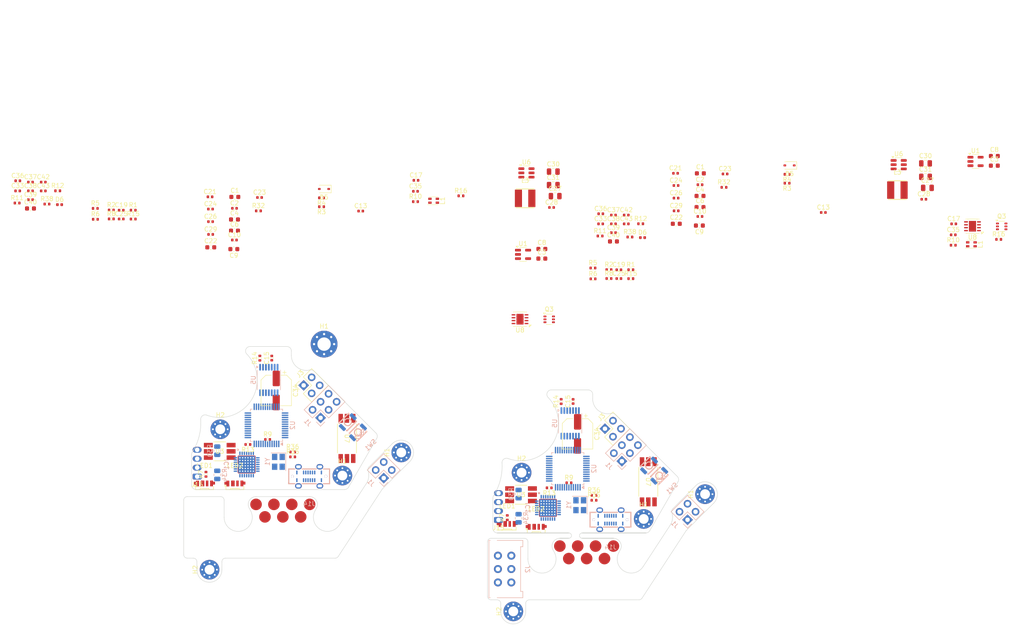
<source format=kicad_pcb>
(kicad_pcb (version 20241229) (generator "pcbnew") (generator_version "9.0")
  (layers (0 "F.Cu" signal) (4 "In1.Cu" signal) (6 "In2.Cu" signal) (2 "B.Cu" signal) (13 "F.Paste" user) (15 "B.Paste" user) (5 "F.SilkS" user "F.Silkscreen") (7 "B.SilkS" user "B.Silkscreen") (1 "F.Mask" user) (3 "B.Mask" user) (25 "Edge.Cuts" user))
  (net 0 "")
  (net 1 "GND")
  (net 2 "Net-(IC1-5VOUT)")
  (net 3 "Net-(IC1-CPI)")
  (net 4 "Net-(IC1-CPO)")
  (net 5 "Net-(IC1-VCP)")
  (net 6 "STEP_1_B2")
  (net 7 "STEP_1_B1")
  (net 8 "STEP_1_A2")
  (net 9 "STEP_1_A1")
  (net 10 "Net-(D5-A)")
  (net 11 "TMC_ENN")
  (net 12 "TMC_DIR")
  (net 13 "TMC_DIAG")
  (net 14 "TMC_UART")
  (net 15 "TMC_STEP")
  (net 21 "Net-(J14-CC2)")
  (net 22 "Net-(J14-CC1)")
  (net 23 "Net-(D6-A)")
  (net 24 "Net-(U2-PA11)")
  (net 25 "Net-(U2-PA12)")
  (net 26 "Net-(U2-PA2)")
  (net 28 "AS_SCK")
  (net 30 "DEBUG_SWO")
  (net 32 "TMC_BRB")
  (net 33 "TMC_BRA")
  (net 34 "USB_D-")
  (net 35 "USB_D+")
  (net 36 "CAN_TX")
  (net 37 "CAN_RX")
  (net 38 "Net-(Q3-S1)")
  (net 39 "CAN_H")
  (net 40 "CAN_L")
  (net 41 "VDC")
  (net 42 "+5V")
  (net 43 "+3V3")
  (net 45 "DEBUG_SWCLK")
  (net 46 "DEBUG_SWDIO")
  (net 47 "BOOT_0")
  (net 48 "BOOT_1")
  (net 49 "NRST")
  (net 50 "HSE_OSC_OUT")
  (net 51 "HSE_OSC_IN")
  (net 52 "AS_NSS")
  (net 53 "LED_0")
  (net 56 "Net-(U7-ANODE)")
  (net 57 "Net-(U3-ANODE)")
  (net 60 "CAN_TRM")
  (net 61 "Net-(U8-CANL)")
  (net 63 "ENDSTOP_Z")
  (net 64 "ENDSTOP_X")
  (net 66 "Net-(U8-CANH)")
  (net 69 "AS_MISO")
  (net 70 "AS_MOSI")
  (net 79 "Net-(U6-BST)")
  (net 80 "Net-(U6-SW)")
  (net 81 "LED_DIN")
  (net 82 "CAN_TRM_L")
  (net 83 "Net-(U3-OUTPUT)")
  (net 84 "Net-(U7-OUTPUT)")
  (net 85 "Net-(LED1-DOUT)")
  (net 86 "Net-(U2-PA4)")
  (net 88 "TOOL_ID")
  (footprint "Resistor_SMD:R_0402_1005Metric" (layer "F.Cu") (at 204.0975 31.5)
    (property "Reference" "R12")
    (property "Value" "10K")
  )
  (footprint "Capacitor_SMD:C_0402_1005Metric" (layer "F.Cu") (at 107.745 28.2)
    (property "Reference" "C24")
    (property "Value" "0.1uF 50V")
  )
  (footprint "Capacitor_SMD:C_0402_1005Metric" (layer "F.Cu") (at 70.295 22.16)
    (property "Reference" "C42")
    (property "Value" "16pF 50V")
  )
  (footprint "Vortac:LED-SMD_4P-L4.0-W1.6-L" (layer "F.Cu") (at 106.41 89.715)
    (property "Reference" "LED1")
    (property "Value" "SK6812SIDE-A-RVS")
  )
  (footprint "Resistor_SMD:R_0402_1005Metric" (layer "F.Cu") (at 222.755 23.33)
    (property "Reference" "R32")
    (property "Value" "10K")
  )
  (footprint "Capacitor_SMD:C_0402_1005Metric" (layer "F.Cu") (at 107.64 25.46)
    (property "Reference" "C21")
    (property "Value" "0.1uF 50V")
  )
  (footprint "Capacitor_SMD:C_0603_1608Metric" (layer "F.Cu") (at 217.465 20.2)
    (property "Reference" "C1")
    (property "Value" "470pF 100V")
  )
  (footprint "Resistor_SMD:R_0402_1005Metric" (layer "F.Cu") (at 120.54 79.845)
    (property "Reference" "R9")
    (property "Value" "10K")
  )
  (footprint "Capacitor_SMD:C_0402_1005Metric" (layer "F.Cu") (at 245.01 28.97)
    (property "Reference" "C13")
    (property "Value" "0.1uF 50V")
  )
  (footprint "MountingHole:MountingHole_2.2mm_M2_Pad_Via" (layer "F.Cu") (at 109.935 77.565)
    (property "Reference" "H2")
    (property "Value" "MountingHole_Pad")
  )
  (footprint "Capacitor_SMD:CP_Elec_6.3x7.7" (layer "F.Cu") (at 122.47 68.865 -90)
    (property "Reference" "C34")
    (property "Value" "100uF 35V")
  )
  (footprint "Capacitor_SMD:C_0402_1005Metric" (layer "F.Cu") (at 212.05 28.6)
    (property "Reference" "C29")
    (property "Value" "0.1uF 50V")
  )
  (footprint "Capacitor_SMD:C_0402_1005Metric" (layer "F.Cu") (at 198.0025 31.52)
    (property "Reference" "C38")
    (property "Value" "0.1uF 50V")
  )
  (footprint "Capacitor_SMD:C_0402_1005Metric" (layer "F.Cu") (at 67.425 26.1)
    (property "Reference" "C39")
    (property "Value" "0.1uF 50V")
  )
  (footprint "Resistor_SMD:R_0402_1005Metric" (layer "F.Cu") (at 196.99 43.775)
    (property "Reference" "R8")
    (property "Value" "10K")
  )
  (footprint "Resistor_SMD:R_0402_1005Metric" (layer "F.Cu") (at 73.52 24.11)
    (property "Reference" "R12")
    (property "Value" "10K")
  )
  (footprint "Capacitor_SMD:C_0603_1608Metric" (layer "F.Cu") (at 283.31 18.47)
    (property "Reference" "C3")
    (property "Value" "1uF 16V")
  )
  (footprint "Package_TO_SOT_SMD:TSOT-23-6" (layer "F.Cu") (at 261.89 18.25)
    (property "Reference" "U6")
    (property "Value" "AP63205WU")
  )
  (footprint "Package_TO_SOT_SMD:TSOT-23-6" (layer "F.Cu") (at 178.51 20.095)
    (property "Reference" "U6")
    (property "Value" "AP63205WU")
  )
  (footprint "Vortac:SENSOR_EE-SX3350_OMR" (layer "F.Cu") (at 205.8 89.337822 -90)
    (property "Reference" "U7")
    (property "Value" "EE-SX3350")
  )
  (footprint "Vortac:LED-SMD_4P-L4.0-W1.6-L" (layer "F.Cu") (at 180.7 99.437822)
    (property "Reference" "LED2")
    (property "Value" "SK6812SIDE-A-RVS")
  )
  (footprint "Capacitor_SMD:C_0402_1005Metric" (layer "F.Cu") (at 67.425 24.13)
    (property "Reference" "C38")
    (property "Value" "0.1uF 50V")
  )
  (footprint "Capacitor_SMD:C_0402_1005Metric" (layer "F.Cu") (at 267.52 26)
    (property "Reference" "C28")
    (property "Value" "0.1uF 50V")
  )
  (footprint "Capacitor_SMD:C_0402_1005Metric" (layer "F.Cu") (at 107.78 33.88)
    (property "Reference" "C29")
    (property "Value" "0.1uF 50V")
  )
  (footprint "Vortac:Motor_Hand_Wire_pads" (layer "F.Cu") (at 104.76 88.165 180)
    (property "Reference" "J15")
    (property "Value" "STEPPER")
  )
  (footprint "Capacitor_SMD:C_0402_1005Metric" (layer "F.Cu") (at 153.77 21.76)
    (property "Reference" "C17")
    (property "Value" "0.1uF 50V")
  )
  (footprint "Capacitor_SMD:C_0603_1608Metric" (layer "F.Cu") (at 198.0025 35.46)
    (property "Reference" "C40")
    (property "Value" "4.7uF 50V")
  )
  (footprint "Capacitor_SMD:C_0402_1005Metric" (layer "F.Cu") (at 153.66 24.22)
    (property "Reference" "C35")
    (property "Value" "0.1uF 50V")
  )
  (footprint "Capacitor_SMD:C_0603_1608Metric" (layer "F.Cu") (at 181.96 39.305)
    (property "Reference" "C3")
    (property "Value" "1uF 16V")
  )
  (footprint "Vortac:SENSOR_EE-SX4320_OMR" (layer "F.Cu") (at 109.81 82.515)
    (property "Reference" "U3")
    (property "Value" "EE-SX4320")
  )
  (footprint "Resistor_SMD:R_0402_1005Metric" (layer "F.Cu") (at 85.53 28.425)
    (property "Reference" "R2")
    (property "Value" "10K")
  )
  (footprint "Vortac:IND-SMD_L4.0-W4.0_FNR40XXS" (layer "F.Cu") (at 261.6 23.95)
    (property "Reference" "L3")
    (property "Value" "4.7uH")
  )
  (footprint "Resistor_SMD:R_0402_1005Metric" (layer "F.Cu") (at 106.73 87.655 90)
    (property "Reference" "R7")
    (property "Value" "115R")
  )
  (footprint "Resistor_SMD:R_0402_1005Metric" (layer "F.Cu") (at 153.66 26.54)
    (property "Reference" "R10")
    (property "Value" "115R")
  )
  (footprint "Capacitor_SMD:C_0402_1005Metric" (layer "F.Cu") (at 200.8725 31.52)
    (property "Reference" "C43")
    (property "Value" "16pF 50V")
  )
  (footprint "Capacitor_SMD:C_0402_1005Metric" (layer "F.Cu") (at 217.39 22.75)
    (property "Reference" "C2")
    (property "Value" "0.1uF 50V")
  )
  (footprint "Resistor_SMD:R_0402_1005Metric" (layer "F.Cu") (at 163.84 25.24)
    (property "Reference" "R16")
    (property "Value" "10K")
  )
  (footprint "Capacitor_SMD:C_0603_1608Metric" (layer "F.Cu") (at 113.12 30.54)
    (property "Reference" "C4")
    (property "Value" "470pF 100V")
  )
  (footprint "Resistor_SMD:R_0402_1005Metric" (layer "F.Cu") (at 81.965 30.49)
    (property "Reference" "R6")
    (property "Value" "330R")
  )
  (footprint "MountingHole:MountingHole_2.2mm_M2_Pad_Via" (layer "F.Cu") (at 137.29 87.945)
    (property "Reference" "H1")
    (property "Value" "MountingHole_Pad")
  )
  (footprint "Resistor_SMD:R_0402_1005Metric" (layer "F.Cu") (at 236.89 22.4 180)
    (property "Reference" "R3")
    (property "Value" "5.1K")
  )
  (footprint "Capacitor_SMD:C_0402_1005Metric" (layer "F.Cu") (at 198.0025 29.55)
    (property "Reference" "C37")
    (property "Value" "0.1uF 50V")
  )
  (footprint "Capacitor_SMD:C_0402_1005Metric" (layer "F.Cu") (at 184.14 27.845)
    (property "Reference" "C28")
    (property "Value" "0.1uF 50V")
  )
  (footprint "Capacitor_SMD:C_0402_1005Metric" (layer "F.Cu") (at 195.1575 29.26)
    (property "Reference" "C36")
    (property "Value" "0.1uF 50V")
  )
  (footprint "Capacitor_SMD:C_0805_2012Metric" (layer "F.Cu") (at 184.5225 22.82)
    (property "Reference" "C31")
    (property "Value" "22uF 16V")
  )
  (footprint "Capacitor_SMD:C_0402_1005Metric" (layer "F.Cu") (at 118.735 25.61)
    (property "Reference" "C23")
    (property "Value" "22nF 50V")
  )
  (footprint "Capacitor_SMD:C_0402_1005Metric" (layer "F.Cu") (at 70.295 24.13)
    (property "Reference" "C43")
    (property "Value" "16pF 50V")
  )
  (footprint "LED_SMD:LED_0402_1005Metric" (layer "F.Cu") (at 73.9375 27.21)
    (property "Reference" "D6")
    (property "Value" "LED_Small")
  )
  (footprint "Resistor_SMD:R_0402_1005Metric" (layer "F.Cu") (at 201.89 43.8)
    (property "Reference" "R15")
    (property "Value" "1K")
  )
  (footprint "Resistor_SMD:R_0402_1005Metric" (layer "F.Cu") (at 193.64 93.477822)
    (property "Reference" "R35")
    (property "Value" "22R")
  )
  (footprint "Capacitor_SMD:C_0402_1005Metric" (layer "F.Cu") (at 121.47 61.605 90)
    (property "Reference" "C15")
    (property "Value" "0.1uF 50V")
  )
  (footprint "Vortac:L_CommonModeChoke_Coilcraft_0805USB" (layer "F.Cu") (at 157.73 26.34 90)
    (property "Reference" "L1")
    (property "Value" "Common Choke")
  )
  (footprint "Resistor_SMD:R_0402_1005Metric" (layer "F.Cu") (at 196.99 41.785)
    (property "Reference" "R2")
    (property "Value" "10K")
  )
  (footprint "Resistor_SMD:R_0402_1005Metric" (layer "F.Cu") (at 186.29 71.337822 90)
    (property "Reference" "R14")
    (property "Value" "10K")
  )
  (footprint "Resistor_SMD:R_0402_1005Metric" (layer "F.Cu") (at 64.43 26.85)
    (property "Reference" "R11")
    (property "Value" "10K")
  )
  (footprint "Capacitor_SMD:C_0402_1005Metric" (layer "F.Cu") (at 188.96 71.327822 90)
    (property "Reference" "C15")
    (property "Value" "0.1uF 50V")
  )
  (footprint "Capacitor_SMD:C_0603_1608Metric" (layer "F.Cu") (at 113.12 33.05)
    (property "Reference" "C6")
    (property "Value" "470pF 100V")
  )
  (footprint "Resistor_SMD:R_0402_1005Metric" (layer "F.Cu") (at 174.22 97.377822 90)
    (property "Reference" "R7")
    (property "Value" "115R")
  )
  (footprint "Vortac:HVSON-8-1EP_3x3mm_P0.65mm_EP1.6x2.4mm" (layer "F.Cu") (at 278.42 32.05 180)
    (property "Reference" "U8")
    (property "Value" "TJA1044GTK/3Z")
  )
  (footprint "MountingHole:MountingHole_3mm_Pad_Via" (layer "F.Cu") (at 133.18882 58.475013)
    (property "Reference" "H1")
    (property "Value" "M3")
  )
  (footprint "Vortac:LED-SMD_4P-L4.0-W1.6-L" (layer "F.Cu") (at 174.2 98.79)
    (property "Reference" "LED1")
    (property "Value" "SK6812SIDE-A-RVS")
  )
  (footprint "Vortac:SENSOR_EE-SX3350_OMR" (layer "F.Cu") (at 138.31 79.615 -90)
    (property "Reference" "U7")
    (property "Value" "EE-SX3350")
  )
  (footprint "Capacitor_SMD:C_0805_2012Metric" (layer "F.Cu") (at 267.9025 20.975)
    (property "Reference" "C31")
    (property "Value" "22uF 16V")
  )
  (footprint "Resistor_SMD:R_0402_1005Metric" (layer "F.Cu") (at 132.62 27.68 180)
    (property "Reference" "R3")
    (property "Value" "5.1K")
  )
  (footprint "Resistor_SMD:R_0402_1005Metric" (layer "F.Cu") (at 188.03 89.567822)
    (property "Reference" "R9")
    (property "Value" "10K")
  )
  (footprint "Resistor_SMD:R_0402_1005Metric" (layer "F.Cu") (at 201.6875 34.47)
    (property "Reference" "R38")
    (property "Value" "22R")
  )
  (footprint "Capacitor_SMD:C_0603_1608Metric" (layer "F.Cu") (at 217.39 27.77)
    (property "Reference" "C6")
    (property "Value" "470pF 100V")
  )
  (footprint "Package_TO_SOT_SMD:SOT-363_SC-70-6" (layer "F.Cu") (at 284.96 32.085)
    (property "Reference" "Q3")
    (property "Value" "BSS138AKDW")
  )
  (footprint "Capacitor_SMD:C_0402_1005Metric" (layer "F.Cu") (at 223.005 20.33)
    (property "Reference" "C23")
    (property "Value" "22nF 50V")
  )
  (footprint "Resistor_SMD:R_0402_1005Metric" (layer "F.Cu") (at 118.8 61.615 90)
    (property "Reference" "R14")
    (property "Value" "10K")
  )
  (footprint "Resistor_SMD:R_0402_1005Metric" (layer "F.Cu") (at 195.0075 34.24)
    (property "Reference" "R11")
    (property "Value" "10K")
  )
  (footprint "Capacitor_SMD:C_0603_1608Metric" (layer "F.Cu") (at 217.245 31.9 180)
    (property "Reference" "C9")
    (property "Value" "470pF 100V")
  )
  (footprint "Resistor_SMD:R_0402_1005Metric" (layer "F.Cu") (at 284.29 35)
    (property "Reference" "R16")
    (property "Value" "10K")
  )
  (footprint "Resistor_SMD:R_0402_1005Metric" (layer "F.Cu") (at 85.53 30.415)
    (property "Reference" "R8")
    (property "Value" "10K")
  )
  (footprint "Capacitor_SMD:C_0805_2012Metric" (layer "F.Cu") (at 267.9025 17.965)
    (property "Reference" "C30")
    (property "Value" "22uF 16V")
  )
  (footprint "Capacitor_SMD:C_0805_2012Metric" (layer "F.Cu") (at 184.945 25.295)
    (property "Reference" "C27")
    (property "Value" "10uF 50V")
  )
  (footprint "Capacitor_SMD:C_0805_2012Metric" (layer "F.Cu") (at 184.5225 19.81)
    (property "Reference" "C30")
    (property "Value" "22uF 16V")
  )
  (footprint "Package_TO_SOT_SMD:SOT-23-5" (layer "F.Cu") (at 279.1 17.5275)
    (property "Reference" "U1")
    (property "Value" "TLV73333PDBV")
  )
  (footprint "Vortac:mill-max-0881-1-15-20-82-14-11-0_LandingPads_Simple" (layer "F.Cu") (at 185.994084 103.75 90)
    (property "Reference" "J3")
    (property "Value" "Conn_01x07")
  )
  (footprint "Vortac:IND-SMD_L4.0-W4.0_FNR40XXS" (layer "F.Cu") (at 178.22 25.795)
    (property "Reference" "L3")
    (property "Value" "4.7uH")
  )
  (footprint "Capacitor_SMD:C_0603_1608Metric" (layer "F.Cu") (at 283.315 16.31)
    (property "Reference" "C8")
    (property "Value" "1uF 16V")
  )
  (footprint "Resistor_SMD:R_0402_1005Metric" (layer "F.Cu") (at 126.15 83.755)
    (property "Reference" "R35")
    (property "Value" "22R")
  )
  (footprint "Resistor_SMD:R_0402_1005Metric" (layer "F.Cu") (at 132.62 25.69 180)
    (property "Reference" "R4")
    (property "Value" "5.1K")
  )
  (footprint "MountingHole:MountingHole_2.2mm_M2_Pad_Via" (layer "F.Cu") (at 204.78 97.667822)
    (property "Reference" "H1")
    (property "Value" "MountingHole_Pad")
  )
  (footprint "Capacitor_SMD:C_0402_1005Metric" (layer "F.Cu") (at 67.425 22.16)
    (property "Reference" "C37")
    (property "Value" "0.1uF 50V")
  )
  (footprint "MountingHole:MountingHole_2.2mm_M2_Pad_Via" (layer "F.Cu") (at 107.53 109.04 90)
    (property "Reference" "H2")
    (property "Value" "MountingHole_Pad")
  )
  (footprint "Connector_PinHeader_2.54mm:PinHeader_2x02_P2.54mm_Vertical" (layer "F.Cu") (at 196.1 77.437822 45)
    (property "Reference" "J3")
    (property "Value" "Conn_02x02_Odd_Even")
  )
  (footprint "Diode_SMD:D_SOD-323" (layer "F.Cu") (at 133.17 23.7 180)
    (property "Reference" "D5")
    (property "Value" "D_Schottky")
  )
  (footprint "Capacitor_SMD:C_0402_1005Metric" (layer "F.Cu") (at 87.75 28.455)
    (property "Reference" "C19")
    (property "Value" "0.1uF 50V")
  )
  (footprint "Capacitor_SMD:C_0402_1005Metric" (layer "F.Cu") (at 195.1325 31.52)
    (property "Reference" "C33")
    (property "Value" "0.1uF 50V")
  )
  (footprint "Capacitor_SMD:C_0402_1005Metric" (layer "F.Cu") (at 199.21 43.785)
    (property "Reference" "C25")
    (property "Value" "0.1uF 50V")
  )
  (footprint "Resistor_SMD:R_0402_1005Metric" (layer "F.Cu") (at 201.89 41.81)
    (property "Reference" "R1")
    (property "Value" "1K")
  )
  (footprint "Diode_SMD:D_SOD-323" (layer "F.Cu") (at 237.44 18.42 180)
    (property "Reference" "D5")
    (property "Value" "D_Schottky")
  )
  (footprint "Capacitor_SMD:C_0603_1608Metric" (layer "F.Cu") (at 212.075 31.5)
    (property "Reference" "C22")
    (property "Value" "4.7uF 50V")
  )
  (footprint "Capacitor_SMD:C_0603_1608Metric" (layer "F.Cu") (at 113.195 25.48)
    (property "Reference" "C1")
    (property "Value" "470pF 100V")
  )
  (footprint "Resistor_SMD:R_0402_1005Metric" (layer "F.Cu") (at 116.12 80.975 180)
    (property "Reference" "R13")
    (property "Value" "1K")
  )
  (footprint "Resistor_SMD:R_0402_1005Metric" (layer "F.Cu") (at 183.61 90.697822 180)
    (property "Reference" "R13")
    (property "Value" "1K")
  )
  (footprint "Capacitor_SMD:C_0402_1005Metric" (layer "F.Cu") (at 212.025 25.74)
    (property "Reference" "C26")
    (property "Value" "0.1uF 50V")
  )
  (footprint "Vortac:LED-SMD_4P-L4.0-W1.6-L" (layer "F.Cu") (at 113.21 89.715)
    (property "Reference" "LED2")
    (property "Value" "SK6812SIDE-A-RVS")
  )
  (footprint "Capacitor_SMD:CP_Elec_6.3x7.7" (layer "F.Cu") (at 189.96 78.587822 -90)
    (property "Reference" "C34")
    (property "Value" "100uF 35V")
  )
  (footprint "Capacitor_SMD:C_0402_1005Metric" (layer "F.Cu") (at 200.8725 29.55)
    (property "Reference" "C42")
    (property "Value" "16pF 50V")
  )
  (footprint "Capacitor_SMD:C_0805_2012Metric" (layer "F.Cu") (at 268.325 23.45)
    (property "Reference" "C27")
    (property "Value" "10uF 50V")
  )
  (footprint "MountingHole:MountingHole_2.2mm_M2_Pad_Via" (layer "F.Cu") (at 175.577358 118.386726 90)
    (property "Reference" "H2")
    (property "Value" "MountingHole_Pad")
  )
  (footprint "Capacitor_SMD:C_0402_1005Metric" (layer "F.Cu") (at 64.58 21.87)
    (property "Reference" "C36")
    (property "Value" "0.1uF 50V")
  )
  (footprint "Capacitor_SMD:C_0402_1005Metric" (layer "F.Cu") (at 274.11 33.98)
    (property "Reference" "C35")
    (property "Value" "0.1uF 50V")
  )
  (footprint "Capacitor_SMD:C_0402_1005Metric" (layer "F.Cu") (at 212.015 22.92)
    (property "Reference" "C24")
    (property "Value" "0.1uF 50V")
  )
  (footprint "Vortac:SENSOR_EE-SX4320_OMR" (layer "F.Cu") (at 177.3 92.237822)
    (property "Reference" "U3")
    (property "Value" "EE-SX4320")
  )
  (footprint "Resistor_SMD:R_0402_1005Metric" (layer "F.Cu") (at 274.11 36.3)
    (property "Reference" "R10")
    (property "Value" "115R")
  )
  (footprint "Package_TO_SOT_SMD:SOT-23-5" (layer "F.Cu") (at 177.75 38.3625)
    (property "Reference" "U1")
    (property "Value" "TLV73333PDBV")
  )
  (footprint "Package_TO_SOT_SMD:SOT-363_SC-70-6" (layer "F.Cu") (at 183.61 52.92)
    (property "Reference" "Q3")
    (property "Value" "BSS138AKDW")
  )
  (footprint "MountingHole:MountingHole_2.2mm_M2_Pad_Via" (layer "F.Cu") (at 218.524084 92.11 90)
    (property "Reference" "H1")
    (property "Value" "MountingHole_Pad")
  )
  (footprint "Capacitor_SMD:C_0603_1608Metric" (layer "F.Cu") (at 217.39 25.26)
    (property "Reference" "C4")
    (property "Value" "470pF 100V")
  )
  (footprint "Resistor_SMD:R_0402_1005Metric" (layer "F.Cu") (at 118.485 28.61)
    (property "Reference" "R32")
    (property "Value" "10K")
  )
  (footprint "Resistor_SMD:R_0402_1005Metric" (layer "F.Cu") (at 90.43 28.45)
    (property "Reference" "R1")
    (property "Value" "1K")
  )
  (footprint "Capacitor_SMD:C_0402_1005Metric" (layer "F.Cu") (at 274.22 31.52)
    (property "Reference" "C17")
    (property "Value" "0.1uF 50V")
  )
  (footprint "Capacitor_SMD:C_0603_1608Metric" (layer "F.Cu") (at 181.965 37.145)
    (property "Reference" "C8")
    (property "Value" "1uF 16V")
  )
  (footprint "Capacitor_SMD:C_0603_1608Metric" (layer "F.Cu") (at 67.425 28.07)
    (property "Reference" "C40")
    (property "Value" "4.7uF 50V")
  )
  (footprint "Capacitor_SMD:C_0402_1005Metric" (layer "F.Cu") (at 141.39 28.65)
    (property "Reference" "C13")
    (property "Value" "0.1uF 50V")
  )
  (footprint "Resistor_SMD:R_0402_1005Metric" (layer "F.Cu") (at 81.94 28.055)
    (property "Reference" "R5")
    (property "Value" "330R")
  )
  (footprint "Vortac:L_CommonModeChoke_Coilcraft_0805USB" (layer "F.Cu") (at 278.18 36.1 90)
    (property "Reference" "L1")
    (property "Value" "Common Choke")
  )
  (footprint "Resistor_SMD:R_0402_1005Metric" (layer "F.Cu") (at 236.89 20.41 180)
    (property "Reference" "R4")
    (property "Value" "5.1K")
  )
  (footprint "Capacitor_SMD:C_0603_1608Metric" (layer "F.Cu") (at 112.975 37.18 180)
    (property "Reference" "C9")
    (property "Value" "470pF 100V")
  )
  (footprint "MountingHole:MountingHole_2.2mm_M2_Pad_Via" (layer "F.Cu") (at 150.476726 82.763274 90)
    (property "Reference" "H1")
    (property "Value" "MountingHole_Pad")
  )
  (footprint "Capacitor_SMD:C_0402_1005Metric" (layer "F.Cu") (at 64.555 24.13)
    (property "Reference" "C33")
    (property "Value" "0.1uF 50V")
  )
  (footprint "Resistor_SMD:R_0402_1005Metric" (layer "F.Cu") (at 193.425 43.85)
    (property "Reference" "R6")
    (property "Value" "330R")
  )
  (footprint "Connector_PinHeader_2.54mm:PinHeader_2x02_P2.54mm_Vertical" (layer "F.Cu") (at 128.61 67.715 45)
    (property "Reference" "J3")
    (property "Value" "Conn_02x02_Odd_Even")
  )
  (footprint "Vortac:Motor_Hand_Wire_pads" (layer "F.Cu") (at 172.25 97.887822 180)
    (property "Reference" "J15")
    (property "Value" "STEPPER")
  )
  (footprint "Resistor_SMD:R_0402_1005Metric" (layer "F.Cu") (at 193.4 41.415)
    (property "Reference" "R5")
    (property "Value" "330R")
  )
  (footprint "Capacitor_SMD:C_0402_1005Metric" (layer "F.Cu") (at 113.105 35.14)
    (property "Reference" "C10")
    (property "Value" "0.1uF 50V")
  )
  (footprint "Resistor_SMD:R_0402_1005Metric" (layer "F.Cu") (at 71.11 27.08)
    (property "Reference" "R38")
    (property "Value" "22R")
  )
  (footprint "Resistor_SMD:R_0402_1005Metric" (layer "F.Cu") (at 126.15 82.655)
    (property "Reference" "R36")
    (property "Value" "22R")
  )
  (footprint "MountingHole:MountingHole_2.2mm_M2_Pad_Via" (layer "F.Cu") (at 177.425 87.287822)
    (property "Reference" "H2")
    (property "Value" "MountingHole_Pad")
  )
  (footprint "Capacitor_SMD:C_0402_1005Metric" (layer "F.Cu") (at 211.91 20.18)
    (property "Reference" "C21")
    (property "Value" "0.1uF 50V")
  )
  (footprint "Resistor_SMD:R_0402_1005Metric" (layer "F.Cu") (at 90.43 30.44)
    (property "Reference" "R15")
    (property "Value" "1K")
  )
  (footprint "Capacitor_SMD:C_0402_1005Metric" (layer "F.Cu") (at 87.75 30.425)
    (property "Reference" "C25")
    (property "Value" "0.1uF 50V")
  )
  (footprint "LED_SMD:LED_0402_1005Metric" (layer "F.Cu") (at 204.515 34.6)
    (property "Reference" "D6")
    (property "Value" "LED_Small")
  )
  (footprint "Capacitor_SMD:C_0402_1005Metric" (layer "F.Cu") (at 107.755 31.02)
    (property "Reference" "C26")
    (property "Value" "0.1uF 50V")
  )
  (footprint "Vortac:HVSON-8-1EP_3x3mm_P0.65mm_EP1.6x2.4mm" (layer "F.Cu") (at 177.07 52.885 180)
    (property "Reference" "U8")
    (property "Value" "TJA1044GTK/3Z")
  )
  (footprint "Capacitor_SMD:C_0402_1005Metric" (layer "F.Cu") (at 217.375 29.86)
    (property "Reference" "C10")
    (property "Value" "0.1uF 50V")
  )
  (footprint "Vortac:mill-max-0881-1-15-20-82-14-11-0_LandingPads_Simple" (layer "F.Cu") (at 117.946726 94.403274 90)
    (property "Reference" "J3")
    (property "Value" "Conn_01x07")
  )
  (footprint "Capacitor_SMD:C_0402_1005Metric" (layer "F.Cu") (at 113.12 28.03)
    (property "Reference" "C2")
    (property "Value" "0.1uF 50V")
  )
  (footprint "Capacitor_SMD:C_0603_1608Metric" (layer "F.Cu") (at 107.805 36.78)
    (property "Reference" "C22")
    (property "Value" "4.7uF 50V")
  )
  (footprint "Capacitor_SMD:C_0402_1005Metric" (layer "F.Cu") (at 198.0025 33.49)
    (property "Reference" "C39")
    (property "Value" "0.1uF 50V")
  )
  (footprint "Capacitor_SMD:C_0402_1005Metric" (layer "F.Cu") (at 199.21 41.815)
    (property "Reference" "C19")
    (property "Value" "0.1uF 50V")
  )
  (footprint "Resistor_SMD:R_0402_1005Metric" (layer "F.Cu") (at 193.64 92.377822)
    (property "Reference" "R36")
    (property "Value" "22R")
  )
  (footprint "Crystal:Crystal_SMD_3225-4Pin_3.2x2.5mm" (layer "B.Cu") (at 122.96 84.865 -90)
    (property "Reference" "Y1")
    (property "Value" "8MHz")
  )
  (footprint "Resistor_SMD:R_0805_2012Metric" (layer "B.Cu") (at 109.26 87.79 90)
    (property "Reference" "R34")
    (property "Value" "0.22R 1%")
  )
  (footprint "Vortac:tmc_2209_package" (layer "B.Cu") (at 115.84 85.455 -90)
    (property "Reference" "IC1")
    (property "Value" "TMC2209-LA")
  )
  (footprint "Resistor_SMD:R_0805_2012Metric" (layer "B.Cu") (at 176.75 92.087822 -90)
    (property "Reference" "R30")
    (property "Value" "0.22R 1%")
  )
  (footprint "Package_SO:TSSOP-14_4.4x5mm_P0.65mm" (layer "B.Cu") (at 120.81 66.515 -90)
    (property "Reference" "U5")
    (property "Value" "AS5047D")
  )
  (footprint "Vortac:KEY-SMD_B3U-1000PM" (layer "B.Cu") (at 208.272918 87.989904 45)
    (property "Reference" "SW1")
    (property "Value" "Boot")
  )
  (footprint "Connector_PinSocket_2.54mm:PinSocket_2x03_P2.54mm_Vertical" (layer "B.Cu") (at 132.4 74.995 -45)
    (property "Reference" "J1")
    (property "Value" "DEBUG")
  )
  (footprint "Vortac:KEY-SMD_B3U-1000PM" (layer "B.Cu") (at 138.487082 75.962918 45)
    (property "Reference" "SW2")
    (property "Value" "Reset")
  )
  (footprint "Package_SO:TSSOP-14_4.4x5mm_P0.65mm" (layer "B.Cu") (at 188.3 76.237822 -90)
    (property "Reference" "U5")
    (property "Value" "AS5047D")
  )
  (footprint "Crystal:Crystal_SMD_3225-4Pin_3.2x2.5mm" (layer "B.Cu") (at 190.45 94.587822 -90)
    (property "Reference" "Y1")
    (property "Value" "8MHz")
  )
  (footprint "Vortac:KEY-SMD_B3U-1000PM" (layer "B.Cu") (at 205.977082 85.68574 45)
    (property "Reference" "SW2")
    (property "Value" "Reset")
  )
  (footprint "Connector_PinSocket_2.54mm:PinSocket_2x02_P2.54mm_Vertical" (layer "B.Cu") (at 146.546726 88.503274 -45)
    (property "Reference" "J1")
    (property "Value" "Conn_02x02_Odd_Even")
  )
  (footprint "Vortac:KEY-SMD_B3U-1000PM" (layer "B.Cu") (at 140.782918 78.267082 45)
    (property "Reference" "SW1")
    (property "Value" "Boot")
  )
  (footprint "Connector_PinSocket_2.54mm:PinSocket_2x02_P2.54mm_Vertical" (layer "B.Cu") (at 214.594084 97.85 -45)
    (property "Reference" "J1")
    (property "Value" "Conn_02x02_Odd_Even")
  )
  (footprint "Vortac:USB-C-SMD_TYPEC-303-ACP16" (layer "B.Cu") (at 197.33 97.837822)
    (property "Reference" "J14")
    (property "Value" "918-418K2023S40001")
  )
  (footprint "Package_QFP:LQFP-48_7x7mm_P0.5mm" (layer "B.Cu") (at 120.285 76.6775 90)
    (property "Reference" "U2")
    (property "Value" "STM32F103C8T6")
  )
  (footprint "Resistor_SMD:R_0805_2012Metric" (layer "B.Cu") (at 176.75 97.512822 90)
    (property "Reference" "R34")
    (property "Value" "0.22R 1%")
  )
  (footprint "Connector_PinSocket_2.54mm:PinSocket_2x03_P2.54mm_Vertical" (layer "B.Cu") (at 199.89 84.717822 -45)
    (property "Reference" "J1")
    (property "Value" "DEBUG")
  )
  (footprint "Vortac:Molex_Micro-Fit_3.0_43045-0612_2x03_P3.00mm_Vertical" (layer "B.Cu") (at 175.124084 111.9 90)
    (property "Reference" "J2")
    (property "Value" "Conn_02x03_Odd_Even")
  )
  (footprint "Vortac:USB-C-SMD_TYPEC-303-ACP16" (layer "B.Cu") (at 129.84 88.115)
    (property "Reference" "J14")
    (property "Value" "918-418K2023S40001")
  )
  (footprint "Vortac:tmc_2209_package" (layer "B.Cu") (at 183.33 95.177822 -90)
    (property "Reference" "IC1")
    (property "Value" "TMC2209-LA")
  )
  (footprint "Resistor_SMD:R_0805_2012Metric" (layer "B.Cu") (at 109.26 82.365 -90)
    (property "Reference" "R30")
    (property "Value" "0.22R 1%")
  )
  (footprint "Package_QFP:LQFP-48_7x7mm_P0.5mm" (layer "B.Cu") (at 187.775 86.400322 90)
    (property "Reference" "U2")
    (property "Value" "STM32F103C8T6")
  )
  (gr_arc (start 173.040549 85.112751) (mid 173.443523 84.25053) (end 174.385754 84.116094) (stroke (width 0.1)) (layer "Edge.Cuts"))
  (gr_line (start 146.234979 90.946656) (end 136.344844 106.090712) (stroke (width 0.1)) (layer "Edge.Cuts"))
  (gr_arc (start 103.51 83.2607) (mid 103.549232 82.983345) (end 103.663879 82.727737) (stroke (width 0.1)) (layer "Edge.Cuts"))
  (gr_arc (start 191 102) (mid 190.4 101.4) (end 191 100.8) (stroke (width 0.1)) (layer "Edge.Cuts"))
  (gr_line (start 103.51 90.077178) (end 103.51 83.2607) (stroke (width 0.1)) (layer "Edge.Cuts"))
  (gr_line (start 184.457422 104.587379) (end 184.760052 105.142732) (stroke (width 0.1)) (layer "Edge.Cuts"))
  (gr_line (start 143.226042 86.035998) (end 148.452745 80.809294) (stroke (width 0.1)) (layer "Edge.Cuts"))
  (gr_arc (start 138.641608 90.57719) (mid 138.275592 90.943207) (end 137.7756 91.077178) (stroke (width 0.1)) (layer "Edge.Cuts"))
  (gr_line (start 186 102) (end 188 102) (stroke (width 0.2)) (layer "Edge.Cuts"))
  (gr_line (start 171 99.8) (end 171 92.983522) (stroke (width 0.1)) (layer "Edge.Cuts"))
  (gr_arc (start 211.075916 96.202001) (mid 211.215719 97.684856) (end 210.698913 99.081751) (stroke (width 0.1)) (layer "Edge.Cuts"))
  (gr_line (start 188 100.8) (end 172 100.8) (stroke (width 0.2)) (layer "Edge.Cuts"))
  (gr_arc (start 101.746726 93.453274) (mid 101.981041 92.887589) (end 102.546726 92.653274) (stroke (width 0.1)) (layer "Edge.Cuts"))
  (gr_arc (start 116.410064 95.240653) (mid 116.442073 93.509656) (end 117.952642 92.653274) (stroke (width 0.1)) (layer "Edge.Cuts"))
  (gr_arc (start 136.344844 106.090712) (mid 136.055862 106.356817) (end 135.679221 106.453267) (stroke (width 0.1)) (layer "Edge.Cuts"))
  (gr_line (start 101.746726 93.453274) (end 101.746726 105.653274) (stroke (width 0.1)) (layer "Edge.Cuts"))
  (gr_line (start 116.600413 59.014978) (end 124.86 59.014978) (stroke (width 0.1)) (layer "Edge.Cuts"))
  (gr_arc (start 129.995272 64.27164) (mid 130.50065 64.28118) (end 130.936759 64.536641) (stroke (width 0.1)) (layer "Edge.Cuts"))
  (gr_line (start 130.936759 64.536641) (end 144.810359 78.410241) (stroke (width 0.1)) (layer "Edge.Cuts"))
  (gr_arc (start 188 100.8) (mid 188.6 101.4) (end 188 102) (stroke (width 0.1)) (layer "Edge.Cuts"))
  (gr_arc (start 124.86 59.014978) (mid 125.567115 59.30787) (end 125.86 60.021633) (stroke (width 0.1)) (layer "Edge.Cuts"))
  (gr_arc (start 144.810359 78.410241) (mid 145.094682 78.986814) (end 144.963949 79.626574) (stroke (width 0.1)) (layer "Edge.Cuts"))
  (gr_arc (start 206.131608 100.300012) (mid 205.765592 100.666029) (end 205.2656 100.8) (stroke (width 0.1)) (layer "Edge.Cuts"))
  (gr_line (start 178.844094 106.65) (end 178.844073 106.65) (stroke (width 0.1)) (layer "Edge.Cuts"))
  (gr_line (start 198.426759 74.259463) (end 212.300359 88.133063) (stroke (width 0.1)) (layer "Edge.Cuts"))
  (gr_arc (start 110.302889 107.253274) (mid 110.537202 106.687575) (end 111.102889 106.453272) (stroke (width 0.1)) (layer "Edge.Cuts"))
  (gr_line (start 102.546726 106.453274) (end 103.902926 106.453274) (stroke (width 0.1)) (layer "Edge.Cuts"))
  (gr_arc (start 129.946726 92.653274) (mid 131.451368 93.509657) (end 131.480686 95.245571) (stroke (width 0.1)) (layer "Edge.Cuts"))
  (gr_line (start 137.7756 91.077178) (end 104.51 91.077178) (stroke (width 0.1)) (layer "Edge.Cuts"))
  (gr_arc (start 184.457422 104.587379) (mid 184.490945 102.853838) (end 186 102) (stroke (width 0.1)) (layer "Edge.Cuts"))
  (gr_arc (start 178.350247 118.4) (mid 175.552891 121.200002) (end 172.750247 118.405293) (stroke (width 0.1)) (layer "Edge.Cuts"))
  (gr_line (start 111.102889 106.453272) (end 135.679221 106.453267) (stroke (width 0.1)) (layer "Edge.Cuts"))
  (gr_arc (start 172 100.8) (mid 171.292901 100.507105) (end 171 99.8) (stroke (width 0.1)) (layer "Edge.Cuts"))
  (gr_line (start 109.996726 92.653274) (end 102.546726 92.653274) (stroke (width 0.1)) (layer "Edge.Cuts"))
  (gr_arc (start 129.995272 64.27164) (mid 127.137347 63.646818) (end 125.86 61.014978) (stroke (width 0.1)) (layer "Edge.Cuts"))
  (gr_line (start 199.228117 105.142731) (end 199.228099 105.142721) (stroke (width 0.1)) (layer "Edge.Cuts"))
  (gr_arc (start 178.044084 102) (mid 178.608354 102.232902) (end 178.844073 102.796001) (stroke (width 0.1)) (layer "Edge.Cuts"))
  (gr_arc (start 204.392202 115.437438) (mid 204.105052 115.702548) (end 203.726579 115.799993) (stroke (width 0.1)) (layer "Edge.Cuts"))
  (gr_arc (start 173.040549 85.112751) (mid 172.671355 88.929273) (end 171.153879 92.450559) (stroke (width 0.1)) (layer "Edge.Cuts"))
  (gr_line (start 178.350247 118.4) (end 178.350247 116.6) (stroke (width 0.1)) (layer "Edge.Cuts"))
  (gr_arc (start 109.996726 92.653274) (mid 110.562408 92.887585) (end 110.796715 93.449275) (stroke (width 0.1)) (layer "Edge.Cuts"))
  (gr_arc (start 197.994084 102) (mid 199.500158 102.858799) (end 199.528044 104.592297) (stroke (width 0.1)) (layer "Edge.Cuts"))
  (gr_line (start 191 100.8) (end 205.2656 100.8) (stroke (width 0.2)) (layer "Edge.Cuts"))
  (gr_arc (start 103.902926 106.453274) (mid 104.468598 106.687575) (end 104.702888 107.253274) (stroke (width 0.1)) (layer "Edge.Cuts"))
  (gr_arc (start 212.300359 88.133063) (mid 212.584682 88.709636) (end 212.453949 89.349396) (stroke (width 0.1)) (layer "Edge.Cuts"))
  (gr_line (start 170.594084 115.8) (end 171.950284 115.8) (stroke (width 0.1)) (layer "Edge.Cuts"))
  (gr_arc (start 197.485272 73.994462) (mid 197.99065 74.004002) (end 198.426759 74.259463) (stroke (width 0.1)) (layer "Edge.Cuts"))
  (gr_line (start 211.2734 95.382724) (end 216.500103 90.15602) (stroke (width 0.1)) (layer "Edge.Cuts"))
  (gr_line (start 136.584109 99.025671) (end 142.651555 89.735025) (stroke (width 0.1)) (layer "Edge.Cuts"))
  (gr_arc (start 169.794084 102.8) (mid 170.028399 102.234315) (end 170.594084 102) (stroke (width 0.1)) (layer "Edge.Cuts"))
  (gr_line (start 117.952642 92.653274) (end 129.946726 92.653274) (stroke (width 0.1)) (layer "Edge.Cuts"))
  (gr_line (start 184.090413 68.7378) (end 192.35 68.7378) (stroke (width 0.1)) (layer "Edge.Cuts"))
  (gr_line (start 110.796736 97.303274) (end 110.796715 97.303274) (stroke (width 0.1)) (layer "Edge.Cuts"))
  (gr_arc (start 110.302889 109.053274) (mid 107.502886 111.853277) (end 104.702889 109.058567) (stroke (width 0.1)) (layer "Edge.Cuts"))
  (gr_arc (start 171.950284 115.8) (mid 172.515934 116.034321) (end 172.750246 116.6) (stroke (width 0.1)) (layer "Edge.Cuts"))
  (gr_arc (start 104.51 91.077178) (mid 103.802901 90.784283) (end 103.51 90.077178) (stroke (width 0.1)) (layer "Edge.Cuts"))
  (gr_line (start 220.459902 94.115817) (end 214.282337 100.293382) (stroke (width 0.1)) (layer "Edge.Cuts"))
  (gr_line (start 204.631467 108.372397) (end 210.698913 99.081751) (stroke (width 0.1)) (layer "Edge.Cuts"))
  (gr_arc (start 136.584109 99.025671) (mid 132.330613 100.00709) (end 131.180759 95.796005) (stroke (width 0.1)) (layer "Edge.Cuts"))
  (gr_arc (start 148.452745 80.809294) (mid 152.412544 80.809293) (end 152.412544 84.769091) (stroke (width 0.1)) (layer "Edge.Cuts"))
  (gr_arc (start 171 92.983522) (mid 171.039232 92.706167) (end 171.153879 92.450559) (stroke (width 0.1)) (layer "Edge.Cuts"))
  (gr_arc (start 192.35 68.7378) (mid 193.057115 69.030692) (end 193.35 69.744455) (stroke (width 0.1)) (layer "Edge.Cuts"))
  (gr_arc (start 105.550549 75.389929) (mid 105.953523 74.527708) (end 106.895754 74.393272) (stroke (width 0.1)) (layer "Edge.Cuts"))
  (gr_line (start 125.86 60.021633) (end 125.86 61.014978) (stroke (width 0.1)) (layer "Edge.Cuts"))
  (gr_line (start 172.750246 116.6) (end 172.750247 118.405293) (stroke (width 0.1)) (layer "Edge.Cuts"))
  (gr_line (start 212.453949 89.349396) (end 206.131608 100.300012) (stroke (width 0.1)) (layer "Edge.Cuts"))
  (gr_arc (start 105.550549 75.389929) (mid 105.181355 79.206451) (end 103.663879 82.727737) (stroke (width 0.1)) (layer "Edge.Cuts"))
  (gr_line (start 191 102) (end 198 102) (stroke (width 0.2)) (layer "Edge.Cuts"))
  (gr_line (start 193.35 69.744455) (end 193.35 70.7378) (stroke (width 0.1)) (layer "Edge.Cuts"))
  (gr_line (start 214.282337 100.293382) (end 204.392202 115.437438) (stroke (width 0.1)) (layer "Edge.Cuts"))
  (gr_line (start 104.702888 107.253274) (end 104.702889 109.058567) (stroke (width 0.1)) (layer "Edge.Cuts"))
  (gr_arc (start 115.878029 60.70647) (mid 116.832729 71.123826) (end 106.895754 74.393272) (stroke (width 0.1)) (layer "Edge.Cuts"))
  (gr_line (start 152.412544 84.769091) (end 146.234979 90.946656) (stroke (width 0.1)) (layer "Edge.Cuts"))
  (gr_arc (start 143.028558 86.855275) (mid 143.010119 86.419804) (end 143.226042 86.035998) (stroke (width 0.1)) (layer "Edge.Cuts"))
  (gr_line (start 178.044084 102) (end 170.594084 102) (stroke (width 0.1)) (layer "Edge.Cuts"))
  (gr_line (start 110.796715 97.303274) (end 110.796715 93.449275) (stroke (width 0.1)) (layer "Edge.Cuts"))
  (gr_arc (start 197.485272 73.994462) (mid 194.627347 73.36964) (end 193.35 70.7378) (stroke (width 0.1)) (layer "Edge.Cuts"))
  (gr_arc (start 183.368029 70.429292) (mid 183.170782 69.345071) (end 184.090413 68.7378) (stroke (width 0.1)) (layer "Edge.Cuts"))
  (gr_arc (start 183.368029 70.429292) (mid 184.322729 80.846648) (end 174.385754 84.116094) (stroke (width 0.1)) (layer "Edge.Cuts"))
  (gr_line (start 169.794084 102.8) (end 169.794084 115) (stroke (width 0.1)) (layer "Edge.Cuts"))
  (gr_line (start 179.150247 115.799998) (end 203.726579 115.799993) (stroke (width 0.1)) (layer "Edge.Cuts"))
  (gr_arc (start 216.500103 90.15602) (mid 220.459902 90.156018) (end 220.459902 94.115817) (stroke (width 0.1)) (layer "Edge.Cuts"))
  (gr_line (start 178.844073 106.65) (end 178.844073 102.796001) (stroke (width 0.1)) (layer "Edge.Cuts"))
  (gr_line (start 199.528044 104.592297) (end 199.228099 105.142721) (stroke (width 0.1)) (layer "Edge.Cuts"))
  (gr_arc (start 211.075916 96.202001) (mid 211.058021 95.764247) (end 211.2734 95.382724) (stroke (width 0.1)) (layer "Edge.Cuts"))
  (gr_arc (start 178.350247 116.6) (mid 178.584565 116.034337) (end 179.150247 115.799998) (stroke (width 0.1)) (layer "Edge.Cuts"))
  (gr_line (start 131.480686 95.245571) (end 131.180741 95.795995) (stroke (width 0.1)) (layer "Edge.Cuts"))
  (gr_arc (start 115.878029 60.70647) (mid 115.680782 59.622249) (end 116.600413 59.014978) (stroke (width 0.1)) (layer "Edge.Cuts"))
  (gr_arc (start 143.028558 86.855275) (mid 143.16836 88.338136) (end 142.651555 89.735025) (stroke (width 0.1)) (layer "Edge.Cuts"))
  (gr_arc (start 170.594084 115.8) (mid 170.028399 115.565685) (end 169.794084 115) (stroke (width 0.1)) (layer "Edge.Cuts"))
  (gr_arc (start 102.546726 106.453274) (mid 101.981041 106.218959) (end 101.746726 105.653274) (stroke (width 0.1)) (layer "Edge.Cuts"))
  (gr_arc (start 184.760052 105.142732) (mid 182.771794 109.702475) (end 178.844094 106.65) (stroke (width 0.1)) (layer "Edge.Cuts"))
  (gr_line (start 131.180759 95.796005) (end 131.180741 95.795995) (stroke (width 0.1)) (layer "Edge.Cuts"))
  (gr_line (start 110.302889 109.053274) (end 110.302889 107.253274) (stroke (width 0.1)) (layer "Edge.Cuts"))
  (gr_arc (start 116.712694 95.796006) (mid 114.724439 100.355748) (end 110.796736 97.303274) (stroke (width 0.1)) (layer "Edge.Cuts"))
  (gr_line (start 144.963949 79.626574) (end 138.641608 90.57719) (stroke (width 0.1)) (layer "Edge.Cuts"))
  (gr_line (start 116.410064 95.240653) (end 116.712694 95.796006) (stroke (width 0.1)) (layer "Edge.Cuts"))
  (gr_arc (start 204.631467 108.372397) (mid 200.377971 109.353816) (end 199.228117 105.142731) (stroke (width 0.1)) (layer "Edge.Cuts"))
)
</source>
